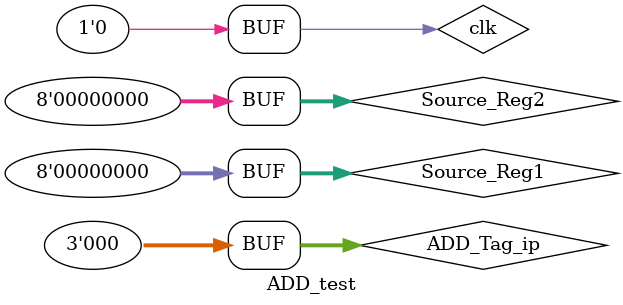
<source format=v>
`timescale 1ns / 1ps


module ADD_test;

	// Inputs
	reg [2:0] ADD_Tag_ip;
	reg [7:0] Source_Reg1;
	reg [7:0] Source_Reg2;
	reg clk;

	// Outputs
	wire [2:0] count;
	wire ADD_Status;
	wire [7:0] ADD_Output;
	wire [2:0] ADD_Tag_op;

	// Instantiate the Unit Under Test (UUT)
	Adder_Unit uut (
		.count(count), 
		.ADD_Status(ADD_Status), 
		.ADD_Output(ADD_Output), 
		.ADD_Tag_op(ADD_Tag_op), 
		.ADD_Tag_ip(ADD_Tag_ip), 
		.Source_Reg1(Source_Reg1), 
		.Source_Reg2(Source_Reg2), 
		.clk(clk)
	);

	initial begin
		// Initialize Inputs
		ADD_Tag_ip = 0;
		Source_Reg1 = 0;
		Source_Reg2 = 0;
		clk = 0;

		// Wait 100 ns for global reset to finish
		#100;
        
		// Add stimulus here

	end
      
endmodule


</source>
